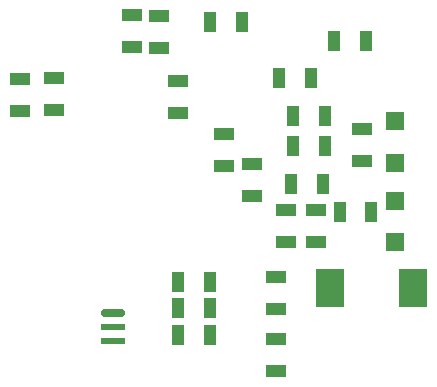
<source format=gbp>
G04*
G04 #@! TF.GenerationSoftware,Altium Limited,Altium Designer,18.1.7 (191)*
G04*
G04 Layer_Color=128*
%FSLAX44Y44*%
%MOMM*%
G71*
G01*
G75*
%ADD14R,1.5000X1.5000*%
%ADD15R,1.1000X1.7000*%
%ADD18R,2.0000X0.6000*%
G04:AMPARAMS|DCode=19|XSize=0.6mm|YSize=2mm|CornerRadius=0.15mm|HoleSize=0mm|Usage=FLASHONLY|Rotation=90.000|XOffset=0mm|YOffset=0mm|HoleType=Round|Shape=RoundedRectangle|*
%AMROUNDEDRECTD19*
21,1,0.6000,1.7000,0,0,90.0*
21,1,0.3000,2.0000,0,0,90.0*
1,1,0.3000,0.8500,0.1500*
1,1,0.3000,0.8500,-0.1500*
1,1,0.3000,-0.8500,-0.1500*
1,1,0.3000,-0.8500,0.1500*
%
%ADD19ROUNDEDRECTD19*%
%ADD22R,1.7000X1.1000*%
%ADD63R,2.4000X3.3000*%
D14*
X1585750Y676250D02*
D03*
Y641250D02*
D03*
Y743500D02*
D03*
Y708500D02*
D03*
D15*
X1456500Y827750D02*
D03*
X1429500D02*
D03*
X1539202Y666496D02*
D03*
X1566202D02*
D03*
X1429500Y607750D02*
D03*
X1402500D02*
D03*
X1561250Y811250D02*
D03*
X1534250D02*
D03*
X1402500Y585250D02*
D03*
X1429500D02*
D03*
X1402500Y562750D02*
D03*
X1429500D02*
D03*
X1526812Y722750D02*
D03*
X1499812D02*
D03*
X1526832Y747522D02*
D03*
X1499832D02*
D03*
X1514750Y780000D02*
D03*
X1487750D02*
D03*
X1498250Y690000D02*
D03*
X1525250D02*
D03*
D18*
X1347000Y569250D02*
D03*
Y557250D02*
D03*
D19*
Y581250D02*
D03*
D22*
X1485000Y558750D02*
D03*
Y531750D02*
D03*
X1297000Y752750D02*
D03*
Y779750D02*
D03*
X1269000Y779250D02*
D03*
Y752250D02*
D03*
X1386000Y832750D02*
D03*
Y805750D02*
D03*
X1557866Y709834D02*
D03*
Y736834D02*
D03*
X1402000Y777750D02*
D03*
Y750750D02*
D03*
X1363250Y833250D02*
D03*
Y806250D02*
D03*
X1441500Y732500D02*
D03*
Y705500D02*
D03*
X1465250Y707250D02*
D03*
Y680250D02*
D03*
X1485000Y611250D02*
D03*
Y584250D02*
D03*
X1494000Y668000D02*
D03*
Y641000D02*
D03*
X1519312Y668274D02*
D03*
Y641274D02*
D03*
D63*
X1531500Y602250D02*
D03*
X1601000D02*
D03*
M02*

</source>
